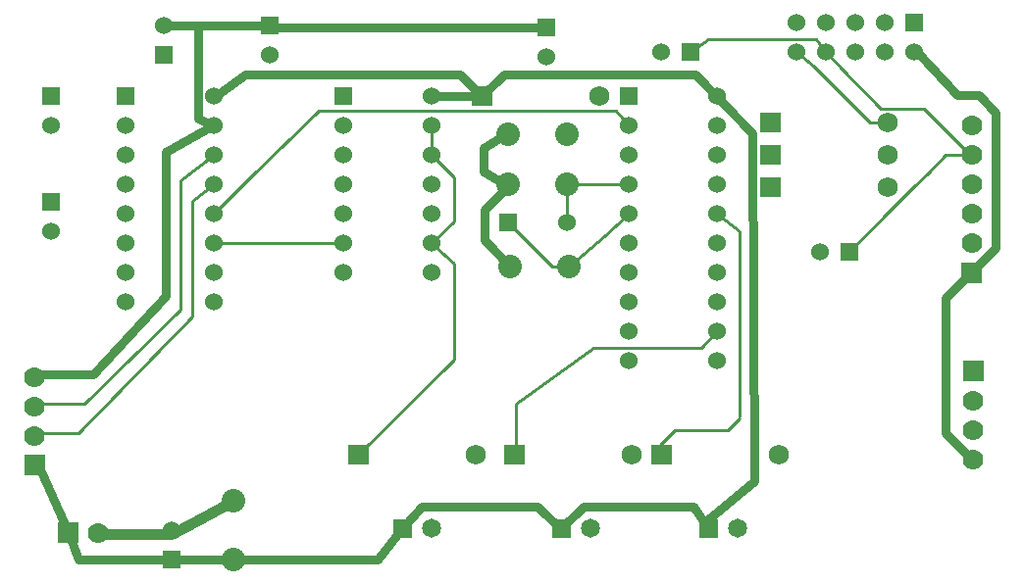
<source format=gbl>
G04 start of page 3 for group 1 idx 1 *
G04 Title: (unknown), ground *
G04 Creator: pcb 20110918 *
G04 CreationDate: Thu 23 Oct 2014 13:36:36 GMT UTC *
G04 For: ksarkies *
G04 Format: Gerber/RS-274X *
G04 PCB-Dimensions: 350000 210000 *
G04 PCB-Coordinate-Origin: lower left *
%MOIN*%
%FSLAX25Y25*%
%LNBOTTOM*%
%ADD93C,0.0430*%
%ADD92C,0.0280*%
%ADD91C,0.0380*%
%ADD90C,0.0700*%
%ADD89C,0.0650*%
%ADD88C,0.0680*%
%ADD87C,0.0600*%
%ADD86C,0.0800*%
%ADD85C,0.0001*%
%ADD84C,0.0350*%
%ADD83C,0.0300*%
%ADD82C,0.0100*%
G54D82*X287500Y185500D02*X293000Y179500D01*
X283000Y181000D02*X302500Y161500D01*
X277500Y185500D02*X283000Y181000D01*
X247500Y190000D02*X241500Y185500D01*
X284000Y190000D02*X247500D01*
X287500Y185500D02*X284000Y190000D01*
X293000Y179500D02*X306100Y166400D01*
G54D83*X262500Y158000D02*X243000Y178000D01*
G54D82*X220500Y160500D02*X216000Y165500D01*
G54D83*X178000Y178000D02*X243000D01*
G54D82*X231000Y52000D02*X236000Y57000D01*
X231000Y48000D02*Y52000D01*
X254000Y57000D02*X236000D01*
X258000Y61000D02*X254000Y57000D01*
G54D83*X328000Y56000D02*X337500Y46500D01*
G54D82*X245000Y85000D02*X208500D01*
G54D83*X242500Y31000D02*X205000D01*
X247500Y23500D02*X242500Y31000D01*
X247500Y26500D02*X263000Y39500D01*
X262500Y158000D02*X263000Y39500D01*
G54D82*X250500Y90500D02*X245000Y85000D01*
X258000Y124500D02*Y61500D01*
G54D83*X328000Y102000D02*Y56000D01*
X345000Y119000D02*X328000Y102000D01*
G54D82*X308500Y131000D02*X295500Y117500D01*
X250500Y130500D02*X258000Y124500D01*
X220500Y140500D02*X199500D01*
Y127500D01*
X220500Y130500D02*X216000Y126500D01*
X212000Y123000D02*X207500Y119000D01*
X216000Y126500D02*X212000Y123000D01*
X194500Y112500D02*X200000D01*
X194500D02*X179500Y127500D01*
X317347Y139847D02*X321953Y144400D01*
X308500Y131000D02*X317347Y139847D01*
X302500Y161500D02*X308500D01*
X336500Y150500D02*X320600Y166400D01*
X306100D01*
G54D83*X339500Y171000D02*X332000D01*
G54D82*X328000Y150500D02*X321953Y144400D01*
X336500Y150500D02*X328000D01*
G54D83*X345000Y119000D02*Y165000D01*
X339500Y171000D01*
X332000D02*X319000Y185000D01*
X98500Y194500D02*X62500D01*
X74000Y163000D02*X79500Y160500D01*
X74000Y194500D02*Y163000D01*
X90000Y178000D02*X81500Y171500D01*
X79000Y160500D02*X63000Y151500D01*
G54D82*X72000Y135000D02*X79500Y140500D01*
X68006Y142006D02*X79500Y150500D01*
X92500Y143500D02*X79500Y130500D01*
X115000Y165500D02*X92500Y143500D01*
G54D83*X38500Y76000D02*X17500D01*
X63000Y102500D02*X38500Y76000D01*
G54D82*X33500Y56000D02*X72000Y95500D01*
X35500Y66000D02*X68000Y98000D01*
X33500Y56000D02*X17500D01*
X35500Y66000D02*X17500D01*
G54D83*X63000Y151500D02*Y102500D01*
G54D82*X50000Y120500D02*X49500Y120000D01*
X50000Y121000D02*Y120500D01*
X68000Y98000D02*X68006Y142006D01*
G54D83*X33500Y13000D02*X30000Y22000D01*
X19000Y46500D01*
X135000Y13000D02*X33500D01*
X143500Y23500D02*X135000Y13000D01*
G54D82*X40500Y21500D02*X40000Y21000D01*
G54D84*X86000Y33000D02*X75000Y27000D01*
X65000Y21500D01*
X40500D01*
G54D82*X72000Y95500D02*Y135000D01*
X161000Y113500D02*X154500Y119500D01*
X161000Y113500D02*Y81000D01*
X79500Y120500D02*X123500D01*
X161000Y128000D02*X153500Y120500D01*
X161000Y81000D02*X128500Y48500D01*
X208500Y85000D02*X182000Y66000D01*
Y49000D01*
X207500Y119000D02*X200000Y112500D01*
G54D83*X171500Y121500D02*X180000Y112500D01*
X171500Y132000D02*Y121500D01*
X205000Y31000D02*X197500Y23500D01*
X150000Y31000D02*X143500Y23500D01*
X189499Y31000D02*X150000D01*
X196999Y23500D02*X189499Y31000D01*
X171500Y132000D02*X179500Y140000D01*
G54D82*X161000Y143000D02*Y128000D01*
G54D83*X179500Y140000D02*X171000Y145000D01*
X180000Y158500D02*X171000Y153000D01*
G54D82*X153500Y160500D02*Y150500D01*
X161000Y143000D01*
G54D83*X171000Y153000D02*Y145000D01*
X190500Y194000D02*X99000D01*
X170500Y170500D02*X153500D01*
X170500D02*X178000Y178000D01*
G54D82*X216000Y165500D02*X115000D01*
G54D83*X163000Y178000D02*X170500Y170500D01*
X90000Y178000D02*X163000D01*
G54D85*G36*
X238500Y188500D02*Y182500D01*
X244500D01*
Y188500D01*
X238500D01*
G37*
G54D86*X179500Y140500D03*
X199500D03*
G54D85*G36*
X176500Y130500D02*Y124500D01*
X182500D01*
Y130500D01*
X176500D01*
G37*
G36*
X167100Y173900D02*Y167100D01*
X173900D01*
Y173900D01*
X167100D01*
G37*
G54D87*X153500Y130500D03*
Y140500D03*
Y150500D03*
Y160500D03*
Y170500D03*
G54D86*X179500Y157500D03*
X199500D03*
G54D87*X49500Y140500D03*
Y130500D03*
Y120500D03*
Y110500D03*
Y100500D03*
X79500D03*
Y110500D03*
G54D85*G36*
X21000Y173500D02*Y167500D01*
X27000D01*
Y173500D01*
X21000D01*
G37*
G54D87*X24000Y160500D03*
G54D85*G36*
X21000Y137500D02*Y131500D01*
X27000D01*
Y137500D01*
X21000D01*
G37*
G54D87*X24000Y124500D03*
X79500Y120500D03*
Y130500D03*
Y140500D03*
G54D85*G36*
X46500Y173500D02*Y167500D01*
X52500D01*
Y173500D01*
X46500D01*
G37*
G54D87*X49500Y160500D03*
Y150500D03*
X79500D03*
Y160500D03*
Y170500D03*
G54D85*G36*
X95500Y197500D02*Y191500D01*
X101500D01*
Y197500D01*
X95500D01*
G37*
G54D87*X98500Y184500D03*
G54D85*G36*
X59500Y187500D02*Y181500D01*
X65500D01*
Y187500D01*
X59500D01*
G37*
G54D87*X62500Y194500D03*
G54D85*G36*
X120500Y173500D02*Y167500D01*
X126500D01*
Y173500D01*
X120500D01*
G37*
G54D87*X123500Y160500D03*
Y150500D03*
Y140500D03*
Y130500D03*
Y120500D03*
G54D85*G36*
X178100Y51900D02*Y45100D01*
X184900D01*
Y51900D01*
X178100D01*
G37*
G36*
X125100D02*Y45100D01*
X131900D01*
Y51900D01*
X125100D01*
G37*
G54D88*X168500Y48500D03*
G54D85*G36*
X244250Y26750D02*Y20250D01*
X250750D01*
Y26750D01*
X244250D01*
G37*
G54D89*X257500Y23500D03*
G54D85*G36*
X140250Y26750D02*Y20250D01*
X146750D01*
Y26750D01*
X140250D01*
G37*
G54D89*X153500Y23500D03*
G54D85*G36*
X194250Y26750D02*Y20250D01*
X200750D01*
Y26750D01*
X194250D01*
G37*
G54D89*X207500Y23500D03*
G54D86*X180000Y112500D03*
G54D87*X123500Y110500D03*
X153500D03*
Y120500D03*
G54D85*G36*
X26500Y25500D02*Y18500D01*
X33500D01*
Y25500D01*
X26500D01*
G37*
G54D90*X40000Y22000D03*
G54D85*G36*
X62000Y16000D02*Y10000D01*
X68000D01*
Y16000D01*
X62000D01*
G37*
G54D87*X65000Y23000D03*
G54D85*G36*
X15000Y48500D02*Y41500D01*
X22000D01*
Y48500D01*
X15000D01*
G37*
G54D90*X18500Y55000D03*
Y65000D03*
Y75000D03*
G54D86*X86000Y33000D03*
Y13000D03*
G54D87*X220500Y110500D03*
X250500D03*
G54D86*X200000Y112500D03*
G54D87*X220500Y100500D03*
X250500D03*
X220500Y90500D03*
Y80500D03*
X250500D03*
Y90500D03*
G54D85*G36*
X228100Y51900D02*Y45100D01*
X234900D01*
Y51900D01*
X228100D01*
G37*
G54D88*X271500Y48500D03*
X221500D03*
G54D85*G36*
X217500Y173500D02*Y167500D01*
X223500D01*
Y173500D01*
X217500D01*
G37*
G54D87*X220500Y160500D03*
Y150500D03*
Y140500D03*
Y130500D03*
G54D85*G36*
X265100Y153900D02*Y147100D01*
X271900D01*
Y153900D01*
X265100D01*
G37*
G54D87*X250500Y150500D03*
Y160500D03*
Y170500D03*
G54D85*G36*
X265100Y164900D02*Y158100D01*
X271900D01*
Y164900D01*
X265100D01*
G37*
G36*
Y142900D02*Y136100D01*
X271900D01*
Y142900D01*
X265100D01*
G37*
G54D87*X220500Y120500D03*
X250500D03*
Y130500D03*
Y140500D03*
X231500Y185500D03*
G54D85*G36*
X189500Y197000D02*Y191000D01*
X195500D01*
Y197000D01*
X189500D01*
G37*
G54D87*X192500Y184000D03*
X199500Y127500D03*
G54D88*X210500Y170500D03*
X308500Y150500D03*
Y161500D03*
G54D85*G36*
X292500Y120500D02*Y114500D01*
X298500D01*
Y120500D01*
X292500D01*
G37*
G54D87*X285500Y117500D03*
G54D88*X308500Y139500D03*
G54D85*G36*
X314500Y198500D02*Y192500D01*
X320500D01*
Y198500D01*
X314500D01*
G37*
G54D87*X317500Y185500D03*
X307500Y195500D03*
Y185500D03*
X297500Y195500D03*
Y185500D03*
X287500Y195500D03*
Y185500D03*
X277500Y195500D03*
Y185500D03*
G54D85*G36*
X334000Y80500D02*Y73500D01*
X341000D01*
Y80500D01*
X334000D01*
G37*
G54D90*X337500Y67000D03*
Y57000D03*
Y47000D03*
G54D85*G36*
X333500Y114000D02*Y107000D01*
X340500D01*
Y114000D01*
X333500D01*
G37*
G54D90*X337000Y120500D03*
Y130500D03*
Y140500D03*
Y150500D03*
Y160500D03*
G54D91*G54D84*G54D92*G54D91*G54D92*G54D84*G54D92*G54D83*G54D92*G54D83*G54D92*G54D91*G54D93*G54D84*G54D92*G54D91*G54D83*G54D91*G54D84*G54D92*G54D84*G54D92*G54D91*G54D92*G54D91*G54D92*G54D91*G54D92*G54D91*G54D83*G54D92*G54D91*M02*

</source>
